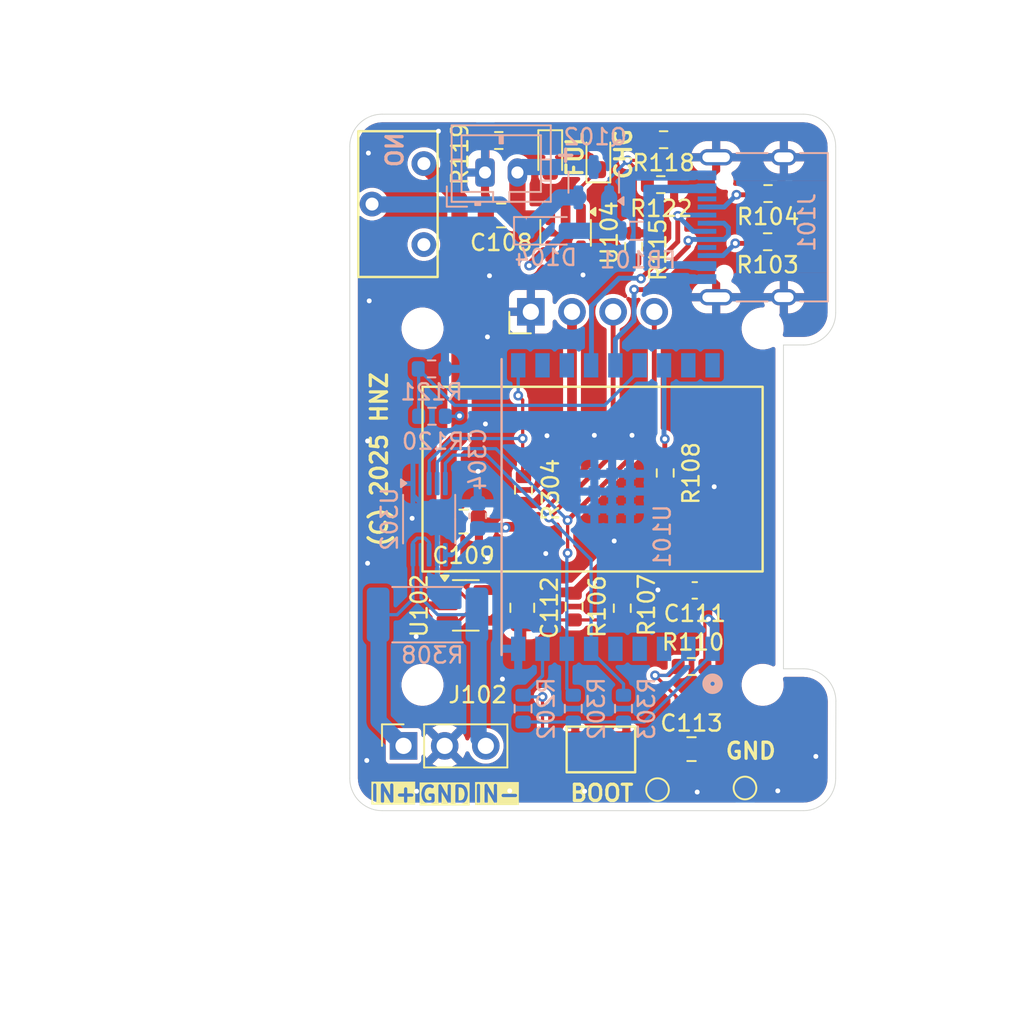
<source format=kicad_pcb>
(kicad_pcb (version 20241229) (generator "pcbnew") (generator_version "9.0")
  (layers (0 "F.Cu" signal) (2 "B.Cu" signal) (13 "F.Paste" user) (15 "B.Paste" user) (5 "F.SilkS" user "F.Silkscreen") (7 "B.SilkS" user "B.Silkscreen") (1 "F.Mask" user) (3 "B.Mask" user) (25 "Edge.Cuts" user))
  (net 0 "")
  (net 1 "GND")
  (net 4 "/VOUT")
  (net 5 "/VBAT")
  (net 6 "Net-(D104-K)")
  (net 7 "+3.3V")
  (net 8 "/~{RESET}")
  (net 9 "Net-(D102-K)")
  (net 10 "Net-(D102-A)")
  (net 11 "Net-(D103-K)")
  (net 12 "/USBVDD")
  (net 13 "/VBUS")
  (net 14 "/USBDM")
  (net 15 "/USBDP")
  (net 16 "Net-(J101-CC2)")
  (net 19 "Net-(J101-CC1)")
  (net 20 "Net-(J102-Pin_3)")
  (net 21 "Net-(J102-Pin_1)")
  (net 22 "/GPIO8")
  (net 23 "Net-(U102-ADJ)")
  (net 24 "/GPIO2")
  (net 25 "Net-(U104-PROG)")
  (net 26 "/GPIO3")
  (net 27 "/GPIO9")
  (net 28 "/GPIO7{slash}TDO")
  (net 29 "/GPIO10")
  (net 33 "/GPIO4{slash}TMS")
  (net 34 "/GPIO6{slash}TCK")
  (net 35 "/RXD{slash}GPIO20")
  (net 36 "/GPIO5{slash}TDI")
  (net 37 "/TXD{slash}GPIO21")
  (footprint "Capacitor_SMD:C_0805_2012Metric" (layer "F.Cu") (at 121.55 84.475 -90)
    (property "Reference" "C112")
    (property "Value" "10uF")
  )
  (footprint "tbctl:SLIDE_SW_IS1235-G" (layer "F.Cu") (at 115.475 59.55 -90)
    (property "Reference" "SW105" (hide yes))
    (property "Value" "SLIDE_SW")
  )
  (footprint "Resistor_SMD:R_0603_1608Metric" (layer "F.Cu") (at 124.75 84.4 -90)
    (property "Reference" "R106")
    (property "Value" "20K 1%")
  )
  (footprint "Resistor_SMD:R_0603_1608Metric" (layer "F.Cu") (at 130.275 55.575 180)
    (property "Reference" "R118")
    (property "Value" "330")
  )
  (footprint "Capacitor_SMD:C_0805_2012Metric" (layer "F.Cu") (at 132 93.2)
    (property "Reference" "C113")
    (property "Value" "1uF")
  )
  (footprint "Resistor_SMD:R_0603_1608Metric" (layer "F.Cu") (at 132 88.1 180)
    (property "Reference" "R110")
    (property "Value" "10K")
  )
  (footprint "Resistor_SMD:R_0603_1608Metric" (layer "F.Cu") (at 120.1 55.625 180)
    (property "Reference" "R119")
    (property "Value" "330")
  )
  (footprint "TestPoint:TestPoint_Pad_D1.0mm" (layer "F.Cu") (at 135.3 95.6)
    (property "Reference" "TP101" (hide yes))
    (property "Value" "GND")
  )
  (footprint "tbctl:WS-TASV SMT Tact Switch" (layer "F.Cu") (at 126.4 93.2)
    (property "Reference" "SW201" (hide yes))
    (property "Value" "3.5x2.6 Tact SW")
  )
  (footprint "TestPoint:TestPoint_Pad_D1.0mm" (layer "F.Cu") (at 129.9 95.7 180)
    (property "Reference" "TP202" (hide yes))
    (property "Value" "BOOT")
  )
  (footprint "Package_TO_SOT_SMD:SOT-23-5" (layer "F.Cu") (at 124.225 61.325 -90)
    (property "Reference" "U104")
    (property "Value" "MCP73831-2-OT")
  )
  (footprint "tbctl:OLED I2C DISPLAY" (layer "F.Cu") (at 125.89 70.83)
    (property "Reference" "U103" (hide yes))
    (property "Value" "SSD1306_DISPLAY")
  )
  (footprint "Resistor_SMD:R_0603_1608Metric" (layer "F.Cu") (at 130.375 76.15 90)
    (property "Reference" "R108")
    (property "Value" "10K")
  )
  (footprint "Resistor_SMD:R_0603_1608Metric" (layer "F.Cu") (at 136.7 61.875 180)
    (property "Reference" "R103")
    (property "Value" "5.1K")
  )
  (footprint "Resistor_SMD:R_0603_1608Metric" (layer "F.Cu") (at 127.725 84.5 90)
    (property "Reference" "R107")
    (property "Value" "12K 1%")
  )
  (footprint "Capacitor_SMD:C_0805_2012Metric" (layer "F.Cu") (at 120.25 60.25 180)
    (property "Reference" "C108")
    (property "Value" "4.7uF")
  )
  (footprint "Capacitor_SMD:C_0805_2012Metric" (layer "F.Cu") (at 117.925 79.15)
    (property "Reference" "C109")
    (property "Value" "1uF")
  )
  (footprint "LED_SMD:LED_0603_1608Metric_Pad1.05x0.95mm_HandSolder" (layer "F.Cu") (at 126.25 56.55 90)
    (property "Reference" "D102" (hide yes))
    (property "Value" "LED RED")
  )
  (footprint "Resistor_SMD:R_0603_1608Metric" (layer "F.Cu") (at 130.1 58.35)
    (property "Reference" "R122")
    (property "Value" "100K")
  )
  (footprint "Capacitor_SMD:C_0603_1608Metric" (layer "F.Cu") (at 132.2 83.4 180)
    (property "Reference" "C111")
    (property "Value" "0.1uF")
  )
  (footprint "Resistor_SMD:R_0603_1608Metric" (layer "F.Cu") (at 128.425 62.175 90)
    (property "Reference" "R115")
    (property "Value" "2K")
  )
  (footprint "Resistor_SMD:R_0603_1608Metric" (layer "F.Cu") (at 136.725 58.9 180)
    (property "Reference" "R104")
    (property "Value" "5.1K")
  )
  (footprint "Connector_PinSocket_2.54mm:PinSocket_1x03_P2.54mm_Vertical" (layer "F.Cu") (at 114.22 93 90)
    (property "Reference" "J102")
    (property "Value" "Conn_01x03")
  )
  (footprint "LED_SMD:LED_0603_1608Metric_Pad1.05x0.95mm_HandSolder" (layer "F.Cu") (at 123.275 56.65 -90)
    (property "Reference" "D103" (hide yes))
    (property "Value" "LED GREEN")
  )
  (footprint "Resistor_SMD:R_0603_1608Metric" (layer "F.Cu") (at 121.625 77.2 90)
    (property "Reference" "R304")
    (property "Value" "10K")
  )
  (footprint "Package_TO_SOT_SMD:SOT-23-5" (layer "F.Cu") (at 118.0625 84.325)
    (property "Reference" "U102")
    (property "Value" "SPX3819M5-L")
  )
  (footprint "tbctl:USB_C_5077CR-16-SMC2-BK-TR" (layer "B.Cu") (at 136.625 60.98 -90)
    (property "Reference" "J101")
    (property "Value" "USB4105-GF-A")
  )
  (footprint "tbctl:IC18_ESP32-C3-WROOM-02-N4_EXP" (layer "B.Cu") (at 130.39489 78.255802 90)
    (property "Reference" "U101")
    (property "Value" "ESP32-C3-WROOM-02-N4")
  )
  (footprint "Diode_SMD:D_SOD-323_HandSoldering" (layer "B.Cu") (at 123.05 61.2)
    (property "Reference" "D104")
    (property "Value" "NSR0340HT1G")
  )
  (footprint "Connector_JST:JST_PH_B2B-PH-K_1x02_P2.00mm_Vertical" (layer "B.Cu") (at 119.25 57.6)
    (property "Reference" "J103" (hide yes))
    (property "Value" "LiPo BATTERY")
  )
  (footprint "Capacitor_SMD:C_0603_1608Metric" (layer "B.Cu") (at 118.8 78.8 90)
    (property "Reference" "C304")
    (property "Value" "0.1uF")
  )
  (footprint "Resistor_SMD:R_0603_1608Metric" (layer "B.Cu") (at 121.6 90.7 90)
    (property "Reference" "R202")
    (property "Value" "10K")
  )
  (footprint "Package_TO_SOT_SMD:SOT-23" (layer "B.Cu") (at 125.9625 58.2 90)
    (property "Reference" "Q102")
    (property "Value" "SSM3J332R")
  )
  (footprint "Resistor_SMD:R_0603_1608Metric" (layer "B.Cu") (at 115.95 69.725)
    (property "Reference" "R121")
    (property "Value" "20K 1%")
  )
  (footprint "Resistor_SMD:R_0603_1608Metric" (layer "B.Cu") (at 124.7 90.7 90)
    (property "Reference" "R302")
    (property "Value" "10K")
  )
  (footprint "Resistor_SMD:R_0603_1608Metric" (layer "B.Cu") (at 115.975 72.65 180)
    (property "Reference" "R120")
    (property "Value" "20K 1%")
  )
  (footprint "Package_SO:VSSOP-10_3x3mm_P0.5mm" (layer "B.Cu") (at 115.8 79 -90)
    (property "Reference" "U302")
    (property "Value" "INA228")
  )
  (footprint "Inductor_SMD:L_0805_2012Metric" (layer "B.Cu") (at 128.6 61.2 180)
    (property "Reference" "FB101")
    (property "Value" "MH2029-601Y")
  )
  (footprint "Resistor_SMD:R_2512_6332Metric_Pad1.40x3.35mm_HandSolder" (layer "B.Cu") (at 115.7 84.9)
    (property "Reference" "R308")
    (property "Value" "5m")
  )
  (footprint "Resistor_SMD:R_0603_1608Metric" (layer "B.Cu") (at 127.8 90.7 90)
    (property "Reference" "R303")
    (property "Value" "10K")
  )
  (gr_arc (start 112.9 97) (mid 111.485786 96.414214) (end 110.9 95) (stroke (width 0.05)) (layer "Edge.Cuts"))
  (gr_line (start 137.675 68.25) (end 137.675 88.239214) (stroke (width 0.05)) (layer "Edge.Cuts"))
  (gr_arc (start 138.9 54) (mid 140.314214 54.585786) (end 140.9 56) (stroke (width 0.05)) (layer "Edge.Cuts"))
  (gr_arc (start 140.9 66.260787) (mid 140.317373 67.667373) (end 138.910786 68.25) (stroke (width 0.05)) (layer "Edge.Cuts"))
  (gr_arc (start 110.9 56) (mid 111.485786 54.585786) (end 112.9 54) (stroke (width 0.05)) (layer "Edge.Cuts"))
  (gr_line (start 110.9 95) (end 110.9 56) (stroke (width 0.05)) (layer "Edge.Cuts"))
  (gr_line (start 138.9108 88.239214) (end 137.675 88.239214) (stroke (width 0.05)) (layer "Edge.Cuts"))
  (gr_line (start 112.9 54) (end 138.9 54) (stroke (width 0.05)) (layer "Edge.Cuts"))
  (gr_line (start 137.675 68.25) (end 138.910786 68.25) (stroke (width 0.05)) (layer "Edge.Cuts"))
  (gr_line (start 138.9 97) (end 112.9 97) (stroke (width 0.05)) (layer "Edge.Cuts"))
  (gr_arc (start 140.9 95) (mid 140.314214 96.414214) (end 138.9 97) (stroke (width 0.05)) (layer "Edge.Cuts"))
  (gr_arc (start 138.910786 88.239214) (mid 140.325 88.825) (end 140.910786 90.239214) (stroke (width 0.05)) (layer "Edge.Cuts"))
  (gr_line (start 140.910786 90.2392) (end 140.9 95) (stroke (width 0.05)) (layer "Edge.Cuts"))
  (gr_line (start 140.9 56) (end 140.9 66.260786) (stroke (width 0.05)) (layer "Edge.Cuts"))
  (gr_text "GND" (at 115.1 96.6 0) (layer "F.SilkS" knockout) (effects (font (size 1 1) (thickness 0.2) (bold yes)) (justify left bottom)))
  (gr_text "BOOT" (at 124.4 96.5 0) (layer "F.SilkS") (effects (font (size 1 1) (thickness 0.2) (bold yes)) (justify left bottom)))
  (gr_text "IN+" (at 112.075 96.55 0) (layer "F.SilkS" knockout) (effects (font (size 1 1) (thickness 0.2) (bold yes)) (justify left bottom)))
  (gr_text "CHG" (at 128.375 58.125 90) (layer "F.SilkS") (effects (font (size 1 1) (thickness 0.2) (bold yes)) (justify left bottom)))
  (gr_text "FUL" (at 125.375 57.975 90) (layer "F.SilkS") (effects (font (size 1 1) (thickness 0.2) (bold yes)) (justify left bottom)))
  (gr_text "IN-" (at 118.475 96.575 0) (layer "F.SilkS" knockout) (effects (font (size 1 1) (thickness 0.2) (bold yes)) (justify left bottom)))
  (gr_text "(C) 2025 HNZ" (at 113.3 80.8 90) (layer "F.SilkS") (effects (font (size 1 1) (thickness 0.2) (bold yes)) (justify left bottom)))
  (gr_text "GND" (at 134 93.9 0) (layer "F.SilkS") (effects (font (size 1 1) (thickness 0.2) (bold yes)) (justify left bottom)))
  (gr_text "ON" (at 113 57.375 -90) (layer "B.SilkS") (effects (font (size 1 1) (thickness 0.2) (bold yes)) (justify left bottom mirror)))
  (gr_text "+" (at 124.975 57.05 0) (layer "B.SilkS") (effects (font (size 1 1) (thickness 0.2) (bold yes)) (justify left bottom mirror)))
  (segment (start 129.95 83.4) (end 129.925 83.375) (width 1) (layer "F.Cu") (net 1))
  (segment (start 131.425 83.4) (end 129.95 83.4) (width 1) (layer "F.Cu") (net 1))
  (via (at 116.375 55.05) (size 0.6) (drill 0.3) (layers "F.Cu" "B.Cu") (net 1))
  (via (at 123.075 73.85) (size 0.6) (drill 0.3) (layers "F.Cu" "B.Cu") (net 1))
  (via (at 119.275 73.125) (size 0.6) (drill 0.3) (layers "F.Cu" "B.Cu") (net 1))
  (via (at 132.35 95.85) (size 0.6) (drill 0.3) (layers "F.Cu" "B.Cu") (net 1))
  (via (at 119.525 63.975) (size 0.6) (drill 0.3) (layers "F.Cu" "B.Cu") (net 1))
  (via (at 125.3 63.925) (size 0.6) (drill 0.3) (layers "F.Cu" "B.Cu") (net 1))
  (via (at 118.825 76.05) (size 0.6) (drill 0.3) (layers "F.Cu" "B.Cu") (net 1))
  (via (at 112.05 56.4) (size 0.6) (drill 0.3) (layers "F.Cu" "B.Cu") (net 1))
  (via (at 115.025 95.8) (size 0.6) (drill 0.3) (layers "F.Cu" "B.Cu") (net 1))
  (via (at 119.4 67.75) (size 0.6) (drill 0.3) (layers "F.Cu" "B.Cu") (net 1))
  (via (at 125.4 95.8) (size 0.6) (drill 0.3) (layers "F.Cu" "B.Cu") (net 1))
  (via (at 120.325 88.875) (size 0.6) (drill 0.3) (layers "F.Cu" "B.Cu") (net 1))
  (via (at 128.325 73.825) (size 0.6) (drill 0.3) (layers "F.Cu" "B.Cu") (net 1))
  (via (at 115 86.25) (size 0.6) (drill 0.3) (layers "F.Cu" "B.Cu") (net 1))
  (via (at 126 73.825) (size 0.6) (drill 0.3) (layers "F.Cu" "B.Cu") (net 1))
  (via (at 112.1 65.525) (size 0.6) (drill 0.3) (layers "F.Cu" "B.Cu") (net 1))
  (via (at 112 81.725) (size 0.6) (drill 0.3) (layers "F.Cu" "B.Cu") (net 1))
  (via (at 129.925 83.375) (size 0.6) (drill 0.3) (layers "F.Cu" "B.Cu") (net 1))
  (via (at 137.325 95.775) (size 0.6) (drill 0.3) (layers "F.Cu" "B.Cu") (net 1))
  (via (at 133.4 77) (size 0.6) (drill 0.3) (layers "F.Cu" "B.Cu") (net 1))
  (via (at 127.225 80.35) (size 0.6) (drill 0.3) (layers "F.Cu" "B.Cu") (net 1))
  (via (at 123 81.125) (size 0.6) (drill 0.3) (layers "F.Cu" "B.Cu") (net 1))
  (via (at 112 74.175) (size 0.6) (drill 0.3) (layers "F.Cu" "B.Cu") (net 1))
  (via (at 120.775 95.775) (size 0.6) (drill 0.3) (layers "F.Cu" "B.Cu") (net 1))
  (via (at 114.75 78.95) (size 0.6) (drill 0.3) (layers "F.Cu" "B.Cu") (net 1))
  (via (at 139.675 93.65) (size 0.6) (drill 0.3) (layers "F.Cu" "B.Cu") (net 1))
  (via (at 111.95 93.9) (size 0.6) (drill 0.3) (layers "F.Cu" "B.Cu") (net 1))
  (via (at 119.4 81.4) (size 0.6) (drill 0.3) (layers "F.Cu" "B.Cu") (net 1))
  (segment (start 115.300001 78.025) (end 114.8 77.524999) (width 0.3) (layer "B.Cu") (net 1))
  (segment (start 116.3 81.2) (end 116.3 78.05) (width 0.3) (layer "B.Cu") (net 1))
  (segment (start 118.8 78.025) (end 116.275 78.025) (width 0.3) (layer "B.Cu") (net 1))
  (segment (start 115.3 76.8) (end 115.3 78.024999) (width 0.3) (layer "B.Cu") (net 1))
  (segment (start 116.3 78.05) (end 116.275 78.025) (width 0.3) (layer "B.Cu") (net 1))
  (segment (start 115.3 78.024999) (end 115.300001 78.025) (width 0.3) (layer "B.Cu") (net 1))
  (segment (start 116.275 78.025) (end 115.300001 78.025) (width 0.3) (layer "B.Cu") (net 1))
  (segment (start 114.8 77.524999) (end 114.8 76.8) (width 0.3) (layer "B.Cu") (net 1))
  (segment (start 116.925 85.275) (end 117.65 85.275) (width 0.2) (layer "F.Cu") (net 4))
  (segment (start 117.587499 83.375) (end 116.925 83.375) (width 0.2) (layer "F.Cu") (net 4))
  (segment (start 115.475 57.05) (end 117.675 59.25) (width 1) (layer "F.Cu") (net 4))
  (segment (start 118.15 84.775) (end 118.15 83.937501) (width 0.2) (layer "F.Cu") (net 4))
  (segment (start 118.15 83.937501) (end 117.587499 83.375) (width 0.2) (layer "F.Cu") (net 4))
  (segment (start 116.975 79.15) (end 116.975 83.274) (width 1) (layer "F.Cu") (net 4))
  (segment (start 117.675 73.95) (end 117 74.625) (width 1) (layer "F.Cu") (net 4))
  (segment (start 117.675 59.25) (end 117.675 72.625) (width 1) (layer "F.Cu") (net 4))
  (segment (start 116.975 83.274) (end 116.925 83.324) (width 1) (layer "F.Cu") (net 4))
  (segment (start 117.65 85.275) (end 118.15 84.775) (width 0.2) (layer "F.Cu") (net 4))
  (segment (start 117.675 72.625) (end 117.675 73.95) (width 1) (layer "F.Cu") (net 4))
  (segment (start 117 74.625) (end 117 79.125) (width 1) (layer "F.Cu") (net 4))
  (segment (start 117 79.125) (end 116.975 79.15) (width 1) (layer "F.Cu") (net 4))
  (via (at 117.675 72.625) (size 0.6) (drill 0.3) (layers "F.Cu" "B.Cu") (net 4))
  (segment (start 117.65 72.65) (end 117.675 72.625) (width 0.2) (layer "B.Cu") (net 4))
  (segment (start 116.8 72.65) (end 117.65 72.65) (width 0.2) (layer "B.Cu") (net 4))
  (segment (start 123.275 60.1875) (end 121.2625 60.1875) (width 0.5) (layer "F.Cu") (net 5))
  (segment (start 121.25 57.6) (end 121.25 60.2) (width 1) (layer "F.Cu") (net 5))
  (segment (start 121.2625 60.1875) (end 121.2 60.25) (width 0.5) (layer "F.Cu") (net 5))
  (segment (start 121.25 60.2) (end 121.2 60.25) (width 1) (layer "F.Cu") (net 5))
  (segment (start 125.9625 57.2625) (end 121.5875 57.2625) (width 1) (layer "B.Cu") (net 5))
  (segment (start 121.5875 57.2625) (end 121.25 57.6) (width 1) (layer "B.Cu") (net 5))
  (segment (start 120.175 59.575) (end 112.7 59.575) (width 1) (layer "B.Cu") (net 6))
  (segment (start 123.8625 59.1375) (end 121.8 61.2) (width 1) (layer "B.Cu") (net 6))
  (segment (start 112.7 59.575) (end 112.675 59.55) (width 1) (layer "B.Cu") (net 6))
  (segment (start 112.675 59.55) (end 112.275 59.55) (width 1) (layer "B.Cu") (net 6))
  (segment (start 125.0125 59.1375) (end 123.8625 59.1375) (width 1) (layer "B.Cu") (net 6))
  (segment (start 121.8 61.2) (end 120.175 59.575) (width 1) (layer "B.Cu") (net 6))
  (segment (start 124.7 83.525) (end 124.75 83.575) (width 0.6) (layer "F.Cu") (net 7))
  (segment (start 131.675 81.6) (end 132.975 82.9) (width 0.6) (layer "F.Cu") (net 7))
  (segment (start 121.55 83.525) (end 124.7 83.525) (width 0.6) (layer "F.Cu") (net 7))
  (segment (start 126.725 81.6) (end 130.375 81.6) (width 0.6) (layer "F.Cu") (net 7))
  (segment (start 121.625 78.025) (end 122.375 78.025) (width 0.6) (layer "F.Cu") (net 7))
  (segment (start 121.55 83.525) (end 121.55 79.475) (width 0.6) (layer "F.Cu") (net 7))
  (segment (start 132.825 88.1) (end 132.825 85.4) (width 0.2) (layer "F.Cu") (net 7))
  (segment (start 132.975 82.9) (end 132.975 83.4) (width 0.6) (layer "F.Cu") (net 7))
  (segment (start 130.375 81.6) (end 131.675 81.6) (width 0.6) (layer "F.Cu") (net 7))
  (segment (start 121.55 79.475) (end 120.575 79.475) (width 0.6) (layer "F.Cu") (net 7))
  (segment (start 130.375 76.975) (end 130.375 81.6) (width 0.3) (layer "F.Cu") (net 7))
  (segment (start 121.55 78.1) (end 121.625 78.025) (width 0.6) (layer "F.Cu") (net 7))
  (segment (start 132.825 85.4) (end 133.05 85.175) (width 0.2) (layer "F.Cu") (net 7))
  (segment (start 120.575 79.475) (end 120.525 79.525) (width 0.6) (layer "F.Cu") (net 7))
  (segment (start 122.375 78.025) (end 124.62 75.78) (width 0.6) (layer "F.Cu") (net 7))
  (segment (start 132.975 85.1) (end 133.05 85.175) (width 0.6) (layer "F.Cu") (net 7))
  (segment (start 121.55 79.475) (end 121.55 78.1) (width 0.6) (layer "F.Cu") (net 7))
  (segment (start 124.75 83.575) (end 126.725 81.6) (width 0.6) (layer "F.Cu") (net 7))
  (segment (start 132.975 83.4) (end 132.975 85.1) (width 0.6) (layer "F.Cu") (net 7))
  (segment (start 124.62 75.78) (end 124.62 66.2) (width 0.6) (layer "F.Cu") (net 7))
  (segment (start 121.4 83.375) (end 121.55 83.525) (width 0.6) (layer "F.Cu") (net 7))
  (segment (start 119.2 83.375) (end 121.4 83.375) (width 0.6) (layer "F.Cu") (net 7))
  (via (at 120.525 79.525) (size 0.6) (drill 0.3) (layers "F.Cu" "B.Cu") (net 7))
  (via (at 133.05 85.175) (size 0.6) (drill 0.3) (layers "F.Cu" "B.Cu") (net 7))
  (segment (start 133.425 85.55) (end 133.425 86.880779) (width 0.6) (layer "B.Cu") (net 7))
  (segment (start 133.05 85.175) (end 133.425 85.55) (width 0.6) (layer "B.Cu") (net 7))
  (segment (start 124.7 91.525) (end 127.8 91.525) (width 0.2) (layer "B.Cu") (net 7))
  (segment (start 118.85 79.525) (end 118.8 79.575) (width 0.6) (layer "B.Cu") (net 7))
  (segment (start 127.8 91.525) (end 129.085579 91.525) (width 0.2) (layer "B.Cu") (net 7))
  (segment (start 121.6 91.525) (end 124.7 91.525) (width 0.2) (layer "B.Cu") (net 7))
  (segment (start 129.085579 91.525) (end 133.299977 87.310602) (width 0.2) (layer "B.Cu") (net 7))
  (segment (start 133.299977 87.310602) (end 133.299977 87.005802) (width 0.2) (layer "B.Cu") (net 7))
  (segment (start 133.425 86.880779) (end 133.299977 87.005802) (width 0.6) (layer "B.Cu") (net 7))
  (segment (start 117.175 81.2) (end 118.8 79.575) (width 0.3) (layer "B.Cu") (net 7))
  (segment (start 120.525 79.525) (end 118.85 79.525) (width 0.6) (layer "B.Cu") (net 7))
  (segment (start 116.8 81.2) (end 117.175 81.2) (width 0.3) (layer "B.Cu") (net 7))
  (segment (start 131.05 93.2) (end 131.05 89.95) (width 0.2) (layer "F.Cu") (net 8))
  (segment (start 130.625 88.65) (end 131.175 88.1) (width 0.2) (layer "F.Cu") (net 8))
  (segment (start 129.75 88.65) (end 130.625 88.65) (width 0.2) (layer "F.Cu") (net 8))
  (segment (start 131.05 89.95) (end 129.75 88.65) (width 0.2) (layer "F.Cu") (net 8))
  (via (at 129.75 88.65) (size 0.6) (drill 0.3) (layers "F.Cu" "B.Cu") (net 8))
  (segment (start 131.799977 87.310602) (end 130.460579 88.65) (width 0.2) (layer "B.Cu") (net 8))
  (segment (start 130.460579 88.65) (end 129.75 88.65) (width 0.2) (layer "B.Cu") (net 8))
  (segment (start 131.799977 87.005802) (end 131.799977 87.310602) (width 0.2) (layer "B.Cu") (net 8))
  (segment (start 125.175 58.5) (end 126.25 57.425) (width 0.2) (layer "F.Cu") (net 9))
  (segment (start 126.15 57.525) (end 123.275 57.525) (width 0.2) (layer "F.Cu") (net 9))
  (segment (start 126.25 57.425) (end 126.15 57.525) (width 0.2) (layer "F.Cu") (net 9))
  (segment (start 125.175 60.1875) (end 125.175 58.5) (width 0.2) (layer "F.Cu") (net 9))
  (segment (start 126.25 55.675) (end 129.35 55.675) (width 0.2) (layer "F.Cu") (net 10))
  (segment (start 129.35 55.675) (end 129.45 55.575) (width 0.2) (layer "F.Cu") (net 10))
  (segment (start 123.275 55.775) (end 121.075 55.775) (width 0.2) (layer "F.Cu") (net 11))
  (segment (start 121.075 55.775) (end 120.925 55.625) (width 0.2) (layer "F.Cu") (net 11))
  (segment (start 129.275 58.35) (end 129.275 58.075) (width 0.2) (layer "F.Cu") (net 12))
  (segment (start 131.1 55.575) (end 129.825 56.85) (width 0.2) (layer "F.Cu") (net 12))
  (segment (start 129.275 58.075) (end 128.05 56.85) (width 0.2) (layer "F.Cu") (net 12))
  (segment (start 123.275 62.4625) (end 122.8625 62.4625) (width 0.5) (layer "F.Cu") (net 12))
  (segment (start 122.8625 62.4625) (end 121.975 63.35) (width 0.5) (layer "F.Cu") (net 12))
  (segment (start 129.825 56.85) (end 128.05 56.85) (width 0.2) (layer "F.Cu") (net 12))
  (via (at 128.05 56.85) (size 0.6) (drill 0.3) (layers "F.Cu" "B.Cu") (net 12))
  (via (at 121.975 63.35) (size 0.6) (drill 0.3) (layers "F.Cu" "B.Cu") (net 12))
  (segment (start 127.5375 61.2) (end 124.3 61.2) (width 1) (layer "B.Cu") (net 12))
  (segment (start 126.9125 59.1375) (end 126.9125 60.575) (width 1) (layer "B.Cu") (net 12))
  (segment (start 126.9125 57.9875) (end 126.9125 59.1375) (width 0.2) (layer "B.Cu") (net 12))
  (segment (start 121.975 63.35) (end 122.15 63.35) (width 0.5) (layer "B.Cu") (net 12))
  (segment (start 128.05 56.85) (end 126.9125 57.9875) (width 0.2) (layer "B.Cu") (net 12))
  (segment (start 122.15 63.35) (end 124.3 61.2) (width 0.5) (layer "B.Cu") (net 12))
  (segment (start 126.9125 60.575) (end 127.5375 61.2) (width 1) (layer "B.Cu") (net 12))
  (segment (start 128.875 64.15) (end 131.15 61.875) (width 0.3) (layer "F.Cu") (net 14))
  (segment (start 131.15 61.875) (end 131.15 60.275) (width 0.3) (layer "F.Cu") (net 14))
  (via (at 128.875 64.15) (size 0.6) (drill 0.3) (layers "F.Cu" "B.Cu") (net 14))
  (via (at 131.15 60.275) (size 0.6) (drill 0.3) (layers "F.Cu" "B.Cu") (net 14))
  (segment (start 128.875 64.15) (end 128.85 64.125) (width 0.3) (layer "B.Cu") (net 14))
  (segment (start 125.821 69.484779) (end 125.799977 69.505802) (width 0.3) (layer "B.Cu") (net 14))
  (segment (start 132.105 61.23) (end 131.15 60.275) (width 0.3) (layer "B.Cu") (net 14))
  (segment (start 125.821 65.840529) (end 125.821 69.484779) (width 0.3) (layer "B.Cu") (net 14))
  (segment (start 128.85 64.125) (end 127.536529 64.125) (width 0.3) (layer "B.Cu") (net 14))
  (segment (start 132.955 61.23) (end 132.105 61.23) (width 0.3) (layer "B.Cu") (net 14))
  (segment (start 132.955 60.23) (end 131.195 60.23) (width 0.3) (layer "B.Cu") (net 14))
  (segment (start 131.195 60.23) (end 131.15 60.275) (width 0.3) (layer "B.Cu") (net 14))
  (segment (start 127.536529 64.125) (end 125.821 65.840529) (width 0.3) (layer "B.Cu") (net 14))
  (segment (start 128.455721 64.831329) (end 129.118671 64.831329) (width 0.3) (layer "F.Cu") (net 15))
  (segment (start 129.118671 64.831329) (end 131.8 62.15) (width 0.3) (layer "F.Cu") (net 15))
  (segment (start 131.8 62.15) (end 131.8 61.803999) (width 0.3) (layer "F.Cu") (net 15))
  (via (at 128.455721 64.831329) (size 0.6) (drill 0.3) (layers "F.Cu" "B.Cu") (net 15))
  (via (at 131.8 61.803999) (size 0.6) (drill 0.3) (layers "F.Cu" "B.Cu") (net 15))
  (segment (start 128.45015 64.8369) (end 128.45015 66.746321) (width 0.3) (layer "B.Cu") (net 15))
  (segment (start 128.45015 66.746321) (end 127.299976 67.896495) (width 0.3) (layer "B.Cu") (net 15))
  (segment (start 127.299976 67.896495) (end 127.299976 69.505802) (width 0.3) (layer "B.Cu") (net 15))
  (segment (start 131.873999 61.73) (end 131.8 61.803999) (width 0.3) (layer "B.Cu") (net 15))
  (segment (start 132.955 61.73) (end 134.024346 61.73) (width 0.3) (layer "B.Cu") (net 15))
  (segment (start 128.455721 64.831329) (end 128.45015 64.8369) (width 0.3) (layer "B.Cu") (net 15))
  (segment (start 134.005 60.73) (end 132.955 60.73) (width 0.3) (layer "B.Cu") (net 15))
  (segment (start 134.275 61) (end 134.005 60.73) (width 0.3) (layer "B.Cu") (net 15))
  (segment (start 134.024346 61.73) (end 134.275 61.479346) (width 0.3) (layer "B.Cu") (net 15))
  (segment (start 134.275 61.479346) (end 134.275 61) (width 0.3) (layer "B.Cu") (net 15))
  (segment (start 132.955 61.73) (end 131.873999 61.73) (width 0.3) (layer "B.Cu") (net 15))
  (segment (start 134.7 61.975) (end 135.775 61.975) (width 0.3) (layer "F.Cu") (net 16))
  (segment (start 135.775 61.975) (end 135.875 61.875) (width 0.3) (layer "F.Cu") (net 16))
  (via (at 134.7 61.975) (size 0.6) (drill 0.3) (layers "F.Cu" "B.Cu") (net 16))
  (segment (start 132.955 62.73) (end 133.945 62.73) (width 0.3) (layer "B.Cu") (net 16))
  (segment (start 133.945 62.73) (end 134.7 61.975) (width 0.3) (layer "B.Cu") (net 16))
  (segment (start 134.775 58.975) (end 135.825 58.975) (width 0.3) (layer "F.Cu") (net 19))
  (segment (start 135.825 58.975) (end 135.9 58.9) (width 0.3) (layer "F.Cu") (net 19))
  (via (at 134.775 58.975) (size 0.6) (drill 0.3) (layers "F.Cu" "B.Cu") (net 19))
  (segment (start 132.955 59.73) (end 134.02 59.73) (width 0.3) (layer "B.Cu") (net 19))
  (segment (start 134.02 59.73) (end 134.775 58.975) (width 0.3) (layer "B.Cu") (net 19))
  (segment (start 118.85 85) (end 118.75 84.9) (width 1) (layer "B.Cu") (net 20))
  (segment (start 119.3 93) (end 118.85 92.55) (width 1) (layer "B.Cu") (net 20))
  (segment (start 118.85 92.55) (end 118.85 85) (width 1) (layer "B.Cu") (net 20))
  (segment (start 115.3 83.875) (end 115.3 81.2) (width 0.2) (layer "B.Cu") (net 20))
  (segment (start 116.325 84.9) (end 115.3 83.875) (width 0.2) (layer "B.Cu") (net 20))
  (segment (start 118.75 84.9) (end 116.325 84.9) (width 0.2) (layer "B.Cu") (net 20))
  (segment (start 115.3 81.2) (end 115.251 81.249) (width 0.2) (layer "B.Cu") (net 20))
  (segment (start 114.8 80.441176) (end 115.067176 80.174) (width 0.2) (layer "B.Cu") (net 21))
  (segment (start 112.675 84.925) (end 112.65 84.9) (width 1) (layer "B.Cu") (net 21))
  (segment (start 112.65 84.9) (end 113.825 84.9) (width 0.2) (layer "B.Cu") (net 21))
  (segment (start 115.8 80.441176) (end 115.8 81.2) (width 0.2) (layer "B.Cu") (net 21))
  (segment (start 113.825 84.9) (end 114.8 83.925) (width 0.2) (layer "B.Cu") (net 21))
  (segment (start 114.8 81.2) (end 114.8 80.441176) (width 0.2) (layer "B.Cu") (net 21))
  (segment (start 112.675 91.455) (end 112.675 84.925) (width 1) (layer "B.Cu") (net 21))
  (segment (start 115.067176 80.174) (end 115.532824 80.174) (width 0.2) (layer "B.Cu") (net 21))
  (segment (start 114.8 83.925) (end 114.8 81.2) (width 0.2) (layer "B.Cu") (net 21))
  (segment (start 115.532824 80.174) (end 115.8 80.441176) (width 0.2) (layer "B.Cu") (net 21))
  (segment (start 114.22 93) (end 112.675 91.455) (width 1) (layer "B.Cu") (net 21))
  (segment (start 129.7 66.2) (end 129.7 73.725) (width 0.3) (layer "F.Cu") (net 22))
  (segment (start 129.7 73.725) (end 124.35 79.075) (width 0.3) (layer "F.Cu") (net 22))
  (segment (start 124.35 79.075) (end 124.35 81.1) (width 0.2) (layer "F.Cu") (net 22))
  (via (at 124.35 79.075) (size 0.6) (drill 0.3) (layers "F.Cu" "B.Cu") (net 22))
  (via (at 124.35 81.1) (size 0.6) (drill 0.3) (layers "F.Cu" "B.Cu") (net 22))
  (segment (start 119.924 74.649) (end 124.35 79.075) (width 0.2) (layer "B.Cu") (net 22))
  (segment (start 124.299977 89.474977) (end 124.7 89.875) (width 0.2) (layer "B.Cu") (net 22))
  (segment (start 116.3 76.8) (end 116.3 75.4829) (width 0.2) (layer "B.Cu") (net 22))
  (segment (start 124.299977 81.150023) (end 124.299977 87.005802) (width 0.2) (layer "B.Cu") (net 22))
  (segment (start 124.35 81.1) (end 124.299977 81.150023) (width 0.2) (layer "B.Cu") (net 22))
  (segment (start 116.3 75.4829) (end 117.1339 74.649) (width 0.2) (layer "B.Cu") (net 22))
  (segment (start 117.1339 74.649) (end 119.924 74.649) (width 0.2) (layer "B.Cu") (net 22))
  (segment (start 124.299977 87.005802) (end 124.299977 89.474977) (width 0.2) (layer "B.Cu") (net 22))
  (segment (start 119.4 85.275) (end 119.2 85.275) (width 0.2) (layer "F.Cu") (net 23))
  (segment (start 123.625 85.225) (end 122.8 84.4) (width 0.2) (layer "F.Cu") (net 23))
  (segment (start 122.8 84.4) (end 120.275 84.4) (width 0.2) (layer "F.Cu") (net 23))
  (segment (start 127.625 85.225) (end 127.725 85.325) (width 0.2) (layer "F.Cu") (net 23))
  (segment (start 124.75 85.225) (end 127.625 85.225) (width 0.2) (layer "F.Cu") (net 23))
  (segment (start 124.75 85.225) (end 123.625 85.225) (width 0.2) (layer "F.Cu") (net 23))
  (segment (start 120.275 84.4) (end 119.4 85.275) (width 0.2) (layer "F.Cu") (net 23))
  (segment (start 130.35 74.05) (end 130.35 75.3) (width 0.3) (layer "F.Cu") (net 24))
  (segment (start 130.35 75.3) (end 130.375 75.325) (width 0.3) (layer "F.Cu") (net 24))
  (via (at 130.35 74.05) (size 0.6) (drill 0.3) (layers "F.Cu" "B.Cu") (net 24))
  (segment (start 130.299975 69.505802) (end 130.299975 73.999975) (width 0.3) (layer "B.Cu") (net 24))
  (segment (start 130.299975 73.999975) (end 130.35 74.05) (width 0.3) (layer "B.Cu") (net 24))
  (segment (start 128.4 62.975) (end 128.425 63) (width 0.5) (layer "F.Cu") (net 25))
  (segment (start 125.6875 62.975) (end 128.4 62.975) (width 0.5) (layer "F.Cu") (net 25))
  (segment (start 125.175 62.4625) (end 125.6875 62.975) (width 0.5) (layer "F.Cu") (net 25))
  (segment (start 115.125 69.725) (end 117.376 71.976) (width 0.2) (layer "B.Cu") (net 26))
  (segment (start 126.634578 71.976) (end 128.799976 69.810602) (width 0.2) (layer "B.Cu") (net 26))
  (segment (start 128.799976 69.810602) (end 128.799976 69.505802) (width 0.2) (layer "B.Cu") (net 26))
  (segment (start 115.15 72.65) (end 115.15 69.75) (width 0.2) (layer "B.Cu") (net 26))
  (segment (start 115.15 69.75) (end 115.125 69.725) (width 0.2) (layer "B.Cu") (net 26))
  (segment (start 117.376 71.976) (end 126.634578 71.976) (width 0.2) (layer "B.Cu") (net 26))
  (segment (start 123.975 94.075) (end 124.200152 94.075) (width 0.2) (layer "F.Cu") (net 27))
  (segment (start 124.225152 94.05) (end 124.825 94.05) (width 0.2) (layer "F.Cu") (net 27))
  (segment (start 127.975 94.05) (end 128.25 94.05) (width 0.2) (layer "F.Cu") (net 27))
  (segment (start 124.200152 94.075) (end 124.225152 94.05) (width 0.2) (layer "F.Cu") (net 27))
  (segment (start 127.975 94.05) (end 124.825 94.05) (width 0.2) (layer "F.Cu") (net 27))
  (segment (start 128.25 94.05) (end 129.9 95.7) (width 0.2) (layer "F.Cu") (net 27))
  (segment (start 122.8 89.975) (end 122.8 92.9) (width 0.2) (layer "F.Cu") (net 27))
  (segment (start 122.8 92.9) (end 123.975 94.075) (width 0.2) (layer "F.Cu") (net 27))
  (via (at 122.8 89.975) (size 0.6) (drill 0.3) (layers "F.Cu" "B.Cu") (net 27))
  (segment (start 122.799975 88.675025) (end 121.6 89.875) (width 0.2) (layer "B.Cu") (net 27))
  (segment (start 122.799975 87.005802) (end 122.799975 88.675025) (width 0.2) (layer "B.Cu") (net 27))
  (segment (start 122.8 89.975) (end 121.7 89.975) (width 0.2) (layer "B.Cu") (net 27))
  (segment (start 121.7 89.975) (end 121.6 89.875) (width 0.2) (layer "B.Cu") (net 27))
  (segment (start 127.16 74.94) (end 123.2 78.9) (width 0.3) (layer "F.Cu") (net 28))
  (segment (start 127.16 66.2) (end 127.16 74.94) (width 0.3) (layer "F.Cu") (net 28))
  (via (at 123.2 78.9) (size 0.6) (drill 0.3) (layers "F.Cu" "B.Cu") (net 28))
  (segment (start 125.799977 87.174977) (end 127.8 89.175) (width 0.2) (layer "B.Cu") (net 28))
  (segment (start 125.799977 81.499977) (end 125.799977 87.005802) (width 0.2) (layer "B.Cu") (net 28))
  (segment (start 116.8 75.55) (end 117.3 75.05) (width 0.2) (layer "B.Cu") (net 28))
  (segment (start 123.2 78.9) (end 125.799977 81.499977) (width 0.2) (layer "B.Cu") (net 28))
  (segment (start 127.8 89.175) (end 127.8 89.875) (width 0.2) (layer "B.Cu") (net 28))
  (segment (start 125.799977 87.005802) (end 125.799977 87.174977) (width 0.2) (layer "B.Cu") (net 28))
  (segment (start 117.3 75.05) (end 119.35 75.05) (width 0.2) (layer "B.Cu") (net 28))
  (segment (start 116.8 76.8) (end 116.8 75.55) (width 0.2) (layer "B.Cu") (net 28))
  (segment (start 119.35 75.05) (end 123.2 78.9) (width 0.2) (layer "B.Cu") (net 28))
  (segment (start 121.575 71.650025) (end 121.575 74.025) (width 0.2) (layer "F.Cu") (net 29))
  (segment (start 121.299975 71.375) (end 121.575 71.650025) (width 0.2) (layer "F.Cu") (net 29))
  (segment (start 121.575 74.025) (end 121.575 76.325) (width 0.2) (layer "F.Cu") (net 29))
  (segment (start 121.575 76.325) (end 121.625 76.375) (width 0.2) (layer "F.Cu") (net 29))
  (via (at 121.299975 71.375) (size 0.6) (drill 0.3) (layers "F.Cu" "B.Cu") (net 29))
  (via (at 121.575 74.025) (size 0.6) (drill 0.3) (layers "F.Cu" "B.Cu") (net 29))
  (segment (start 121.375 69.580827) (end 121.299975 69.505802) (width 0.3) (layer "B.Cu") (net 29))
  (segment (start 121.299975 71.375) (end 121.299975 69.505802) (width 0.2) (layer "B.Cu") (net 29))
  (segment (start 115.8 76.8) (end 115.8 75.4158) (width 0.2) (layer "B.Cu") (net 29))
  (segment (start 117.1908 74.025) (end 121.575 74.025) (width 0.2) (layer "B.Cu") (net 29))
  (segment (start 115.8 75.4158) (end 117.1908 74.025) (width 0.2) (layer "B.Cu") (net 29))
  (zone (net 1) (net_name "GND") (layer "F.Cu") (priority 1) (connect_pads (clearance 0.25)) (min_thickness 0.25) (fill yes (thermal_gap 0.5) (thermal_bridge_width 0.5))
    (polygon (pts (xy 110.9 54) (xy 140.925 54) (xy 140.9 97) (xy 110.925 97.025)))
  )
  (zone (net 1) (net_name "GND") (layer "B.Cu") (priority 3) (connect_pads (clearance 0.25)) (min_thickness 0.25) (fill yes (thermal_gap 0.5) (thermal_bridge_width 0.5))
    (polygon (pts (xy 134.75 58.1) (xy 140.925 58.1) (xy 140.925 63.8) (xy 134.75 63.8)))
  )
  (zone (net 13) (net_name "/VBUS") (layer "B.Cu") (connect_pads yes (clearance 0)) (min_thickness 0.25) (fill yes (thermal_gap 0.5) (thermal_bridge_width 0.5))
    (polygon (pts (xy 133.525 58.275) (xy 129.025 58.275) (xy 129.025 63.675) (xy 133.525 63.675) (xy 133.525 63.075) (xy 130.3 63.075) (xy 130.3 58.875) (xy 133.525 58.875)))
  )
  (zone (net 1) (net_name "GND") (layer "B.Cu") (priority 2) (connect_pads (clearance 0.25)) (min_thickness 0.25) (fill yes (thermal_gap 0.5) (thermal_bridge_width 0.5))
    (polygon (pts (xy 110.925 54) (xy 140.925 54) (xy 140.925 58.1) (xy 128.55 58.1) (xy 128.55 63.8) (xy 140.925 63.8) (xy 140.9 97) (xy 110.925 97.025)))
  )
)
</source>
